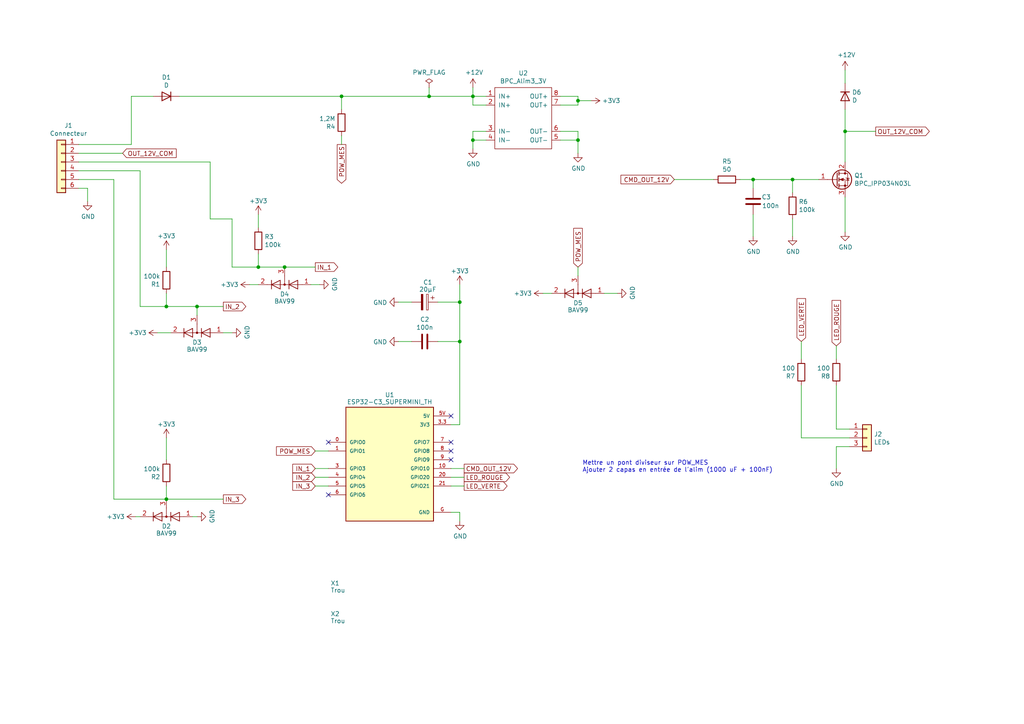
<source format=kicad_sch>
(kicad_sch (version 20230121) (generator eeschema)
  (paper "A4")
  (title_block (title "Carte Wifi I/O") (date "2025-04-16") (rev "Rev D0") (company "BPC") (comment 1 "ESP32 C3 Super mini") (comment 2 "(Alim interne arduino en 3.3V)") (comment 3 "Alim 12V (mesurée) - 2 LEDs") (comment 4 "1 sortie 12V collecteur ouvert - 3 entrées TOR"))
  (lib_symbols
    (symbol "Connector_Generic:Conn_01x03" (pin_names (offset 1.016) hide)
      (property "Reference" "J" (at 0 5.08 0))
      (property "Value" "Conn_01x03" (at 0 -5.08 0))
      (symbol "Conn_01x03_1_1"
        (rectangle (start -1.27 -2.413) (end 0 -2.667) (stroke (width 0.1524)))
        (rectangle (start -1.27 0.127) (end 0 -0.127) (stroke (width 0.1524)))
        (rectangle (start -1.27 2.667) (end 0 2.413) (stroke (width 0.1524)))
        (rectangle (start -1.27 3.81) (end 1.27 -3.81) (stroke (width 0.254)) (fill (type background)))
        (pin passive line (at -5.08 2.54 0) (length 3.81) (name "Pin_1") (number "1"))
        (pin passive line (at -5.08 0 0) (length 3.81) (name "Pin_2") (number "2"))
        (pin passive line (at -5.08 -2.54 0) (length 3.81) (name "Pin_3") (number "3"))
      )
    )
    (symbol "Connector_Generic:Conn_01x06" (pin_names (offset 1.016) hide)
      (property "Reference" "J" (at 0 7.62 0))
      (property "Value" "Conn_01x06" (at 0 -10.16 0))
      (symbol "Conn_01x06_1_1"
        (rectangle (start -1.27 -7.493) (end 0 -7.747) (stroke (width 0.1524)))
        (rectangle (start -1.27 -4.953) (end 0 -5.207) (stroke (width 0.1524)))
        (rectangle (start -1.27 -2.413) (end 0 -2.667) (stroke (width 0.1524)))
        (rectangle (start -1.27 0.127) (end 0 -0.127) (stroke (width 0.1524)))
        (rectangle (start -1.27 2.667) (end 0 2.413) (stroke (width 0.1524)))
        (rectangle (start -1.27 5.207) (end 0 4.953) (stroke (width 0.1524)))
        (rectangle (start -1.27 6.35) (end 1.27 -8.89) (stroke (width 0.254)) (fill (type background)))
        (pin passive line (at -5.08 5.08 0) (length 3.81) (name "Pin_1") (number "1"))
        (pin passive line (at -5.08 2.54 0) (length 3.81) (name "Pin_2") (number "2"))
        (pin passive line (at -5.08 0 0) (length 3.81) (name "Pin_3") (number "3"))
        (pin passive line (at -5.08 -2.54 0) (length 3.81) (name "Pin_4") (number "4"))
        (pin passive line (at -5.08 -5.08 0) (length 3.81) (name "Pin_5") (number "5"))
        (pin passive line (at -5.08 -7.62 0) (length 3.81) (name "Pin_6") (number "6"))
      )
    )
    (symbol "Device:C" (pin_numbers hide) (pin_names (offset 0.254))
      (property "Reference" "C" (at 0.635 2.54 0))
      (property "Value" "C" (at 0.635 -2.54 0))
      (symbol "C_0_1"
        (polyline (pts (xy -2.032 -0.762) (xy 2.032 -0.762)) (stroke (width 0.508)))
        (polyline (pts (xy -2.032 0.762) (xy 2.032 0.762)) (stroke (width 0.508)))
      )
      (symbol "C_1_1"
        (pin passive line (at 0 3.81 270) (length 2.794) (name "~") (number "1"))
        (pin passive line (at 0 -3.81 90) (length 2.794) (name "~") (number "2"))
      )
    )
    (symbol "Device:C_Polarized" (pin_numbers hide) (pin_names (offset 0.254))
      (property "Reference" "C" (at 0.635 2.54 0))
      (property "Value" "C_Polarized" (at 0.635 -2.54 0))
      (symbol "C_Polarized_0_1"
        (rectangle (start -2.286 0.508) (end 2.286 1.016))
        (polyline (pts (xy -1.778 2.286) (xy -0.762 2.286)))
        (polyline (pts (xy -1.27 2.794) (xy -1.27 1.778)))
        (rectangle (start 2.286 -0.508) (end -2.286 -1.016) (fill (type outline)))
      )
      (symbol "C_Polarized_1_1"
        (pin passive line (at 0 3.81 270) (length 2.794) (name "~") (number "1"))
        (pin passive line (at 0 -3.81 90) (length 2.794) (name "~") (number "2"))
      )
    )
    (symbol "Device:D" (pin_numbers hide) (pin_names (offset 1.016) hide)
      (property "Reference" "D" (at 0 2.54 0))
      (property "Value" "D" (at 0 -2.54 0))
      (symbol "D_0_1"
        (polyline (pts (xy -1.27 1.27) (xy -1.27 -1.27)) (stroke (width 0.254)))
        (polyline (pts (xy 1.27 0) (xy -1.27 0)))
        (polyline (pts (xy 1.27 1.27) (xy 1.27 -1.27) (xy -1.27 0) (xy 1.27 1.27)) (stroke (width 0.254)))
      )
      (symbol "D_1_1"
        (pin passive line (at -3.81 0 0) (length 2.54) (name "K") (number "1"))
        (pin passive line (at 3.81 0 180) (length 2.54) (name "A") (number "2"))
      )
    )
    (symbol "Device:R" (pin_numbers hide) (pin_names (offset 0))
      (property "Reference" "R" (at 2.032 0 90))
      (property "Value" "R" (at 0 0 90))
      (symbol "R_0_1"
        (rectangle (start -1.016 -2.54) (end 1.016 2.54) (stroke (width 0.254)))
      )
      (symbol "R_1_1"
        (pin passive line (at 0 3.81 270) (length 1.27) (name "~") (number "1"))
        (pin passive line (at 0 -3.81 90) (length 1.27) (name "~") (number "2"))
      )
    )
    (symbol "Diode:BAV99" (pin_names hide)
      (property "Reference" "D" (at 0 5.08 0))
      (property "Value" "BAV99" (at 0 2.54 0))
      (symbol "BAV99_0_1"
        (polyline (pts (xy -5.08 0) (xy 5.08 0)))
      )
      (symbol "BAV99_1_1"
        (polyline (pts (xy 0 0) (xy 0 -2.54)))
        (polyline (pts (xy -1.27 -1.27) (xy -1.27 1.27) (xy -1.27 1.27)) (stroke (width 0.2032)))
        (polyline (pts (xy 3.81 1.27) (xy 3.81 -1.27) (xy 3.81 -1.27)) (stroke (width 0.2032)))
        (polyline (pts (xy -3.81 1.27) (xy -1.27 0) (xy -3.81 -1.27) (xy -3.81 1.27) (xy -3.81 1.27) (xy -3.81 1.27)) (stroke (width 0.2032)))
        (polyline (pts (xy 1.27 1.27) (xy 3.81 0) (xy 1.27 -1.27) (xy 1.27 1.27) (xy 1.27 1.27) (xy 1.27 1.27)) (stroke (width 0.2032)))
        (circle (center 0 0) (radius 0.254) (fill (type outline)))
        (pin passive line (at -7.62 0 0) (length 2.54) (name "K") (number "1"))
        (pin passive line (at 7.62 0 180) (length 2.54) (name "A") (number "2"))
        (pin passive line (at 0 -5.08 90) (length 2.54) (name "K") (number "3"))
      )
    )
    (symbol "bpc:BPC_Alim3_3V" (pin_names (offset 1.016))
      (property "Reference" "U" (at 6.35 6.35 0))
      (property "Value" "BPC_Alim3_3V" (at 11.43 3.81 0))
      (symbol "BPC_Alim3_3V_0_1"
        (rectangle (start 0 2.54) (end 16.51 -15.24))
      )
      (symbol "BPC_Alim3_3V_1_1"
        (pin power_in line (at -2.54 0 0) (length 2.54) (name "IN+") (number "1"))
        (pin power_in line (at -2.54 -2.54 0) (length 2.54) (name "IN+") (number "2"))
        (pin power_in line (at -2.54 -10.16 0) (length 2.54) (name "IN-") (number "3"))
        (pin power_in line (at -2.54 -12.7 0) (length 2.54) (name "IN-") (number "4"))
        (pin power_out line (at 19.05 -12.7 180) (length 2.54) (name "OUT-") (number "5"))
        (pin passive line (at 19.05 -10.16 180) (length 2.54) (name "OUT-") (number "6"))
        (pin passive line (at 19.05 -2.54 180) (length 2.54) (name "OUT+") (number "7"))
        (pin power_out line (at 19.05 0 180) (length 2.54) (name "OUT+") (number "8"))
      )
    )
    (symbol "bpc:BPC_ESP32-C3_SUPERMINI_TH" (pin_names (offset 1.016))
      (property "Reference" "U" (at -12.7 16.002 0))
      (property "Value" "ESP32-C3_SUPERMINI_TH" (at -12.7 -20.32 0))
      (symbol "BPC_ESP32-C3_SUPERMINI_TH_0_0"
        (rectangle (start -12.7 15.24) (end 12.7 -17.78) (stroke (width 0.254)) (fill (type background)))
        (pin bidirectional line (at -17.78 5.08 0) (length 5.08) (name "GPIO0") (number "0"))
        (pin bidirectional line (at -17.78 2.54 0) (length 5.08) (name "GPIO1") (number "1"))
        (pin bidirectional line (at 17.78 -2.54 180) (length 5.08) (name "GPIO10") (number "10"))
        (pin bidirectional line (at 17.78 -5.08 180) (length 5.08) (name "GPIO20") (number "20"))
        (pin bidirectional line (at 17.78 -7.62 180) (length 5.08) (name "GPIO21") (number "21"))
        (pin bidirectional line (at -17.78 -2.54 0) (length 5.08) (name "GPIO3") (number "3"))
        (pin power_in line (at 17.78 10.16 180) (length 5.08) (name "3V3") (number "3.3"))
        (pin bidirectional line (at -17.78 -5.08 0) (length 5.08) (name "GPIO4") (number "4"))
        (pin bidirectional line (at -17.78 -7.62 0) (length 5.08) (name "GPIO5") (number "5"))
        (pin power_in line (at 17.78 12.7 180) (length 5.08) (name "5V") (number "5V"))
        (pin bidirectional line (at -17.78 -10.16 0) (length 5.08) (name "GPIO6") (number "6"))
        (pin bidirectional line (at 17.78 5.08 180) (length 5.08) (name "GPIO7") (number "7"))
        (pin bidirectional line (at 17.78 2.54 180) (length 5.08) (name "GPIO8") (number "8"))
        (pin bidirectional line (at 17.78 0 180) (length 5.08) (name "GPIO9") (number "9"))
        (pin power_in line (at 17.78 -15.24 180) (length 5.08) (name "GND") (number "G"))
      )
    )
    (symbol "bpc:BPC_IPP034N03L" (pin_names (offset 0) hide)
      (property "Reference" "Q" (at 5.08 1.27 0))
      (property "Value" "BPC_IPP034N03L" (at 5.08 -1.27 0))
      (symbol "BPC_IPP034N03L_0_1"
        (polyline (pts (xy 0.254 0) (xy -2.54 0)))
        (polyline (pts (xy 0.254 1.905) (xy 0.254 -1.905)) (stroke (width 0.254)))
        (polyline (pts (xy 0.762 -1.27) (xy 0.762 -2.286)) (stroke (width 0.254)))
        (polyline (pts (xy 0.762 0.508) (xy 0.762 -0.508)) (stroke (width 0.254)))
        (polyline (pts (xy 0.762 2.286) (xy 0.762 1.27)) (stroke (width 0.254)))
        (polyline (pts (xy 2.54 2.54) (xy 2.54 1.778)))
        (polyline (pts (xy 2.54 -2.54) (xy 2.54 0) (xy 0.762 0)))
        (polyline (pts (xy 0.762 -1.778) (xy 3.302 -1.778) (xy 3.302 1.778) (xy 0.762 1.778)))
        (polyline (pts (xy 1.016 0) (xy 2.032 0.381) (xy 2.032 -0.381) (xy 1.016 0)) (fill (type outline)))
        (polyline (pts (xy 2.794 0.508) (xy 2.921 0.381) (xy 3.683 0.381) (xy 3.81 0.254)))
        (polyline (pts (xy 3.302 0.381) (xy 2.921 -0.254) (xy 3.683 -0.254) (xy 3.302 0.381)))
        (circle (center 1.651 0) (radius 2.794) (stroke (width 0.254)))
        (circle (center 2.54 -1.778) (radius 0.254) (fill (type outline)))
        (circle (center 2.54 1.778) (radius 0.254) (fill (type outline)))
      )
      (symbol "BPC_IPP034N03L_1_1"
        (pin input line (at -5.08 0 0) (length 2.54) (name "G") (number "1"))
        (pin passive line (at 2.54 5.08 270) (length 2.54) (name "D") (number "2"))
        (pin passive line (at 2.54 -5.08 90) (length 2.54) (name "S") (number "3"))
      )
    )
    (symbol "bpc:BPC_TROU"
      (property "Reference" "X" (at 0 0 0))
      (property "Value" "Trou" (at 0 -1.27 0))
    )
    (symbol "power:+12V" (power) (pin_names (offset 0))
      (property "Value" "+12V" (at 0 3.556 0))
      (symbol "+12V_0_1"
        (polyline (pts (xy -0.762 1.27) (xy 0 2.54)))
        (polyline (pts (xy 0 0) (xy 0 2.54)))
        (polyline (pts (xy 0 2.54) (xy 0.762 1.27)))
      )
      (symbol "+12V_1_1"
        (pin power_in line (at 0 0 90) (length 0) hide (name "+12V") (number "1"))
      )
    )
    (symbol "power:+3V3" (power) (pin_names (offset 0))
      (property "Value" "+3V3" (at 0 3.556 0))
      (symbol "+3V3_0_1"
        (polyline (pts (xy -0.762 1.27) (xy 0 2.54)))
        (polyline (pts (xy 0 0) (xy 0 2.54)))
        (polyline (pts (xy 0 2.54) (xy 0.762 1.27)))
      )
      (symbol "+3V3_1_1"
        (pin power_in line (at 0 0 90) (length 0) hide (name "+3V3") (number "1"))
      )
    )
    (symbol "power:GND" (power) (pin_names (offset 0))
      (property "Value" "GND" (at 0 -3.81 0))
      (symbol "GND_0_1"
        (polyline (pts (xy 0 0) (xy 0 -1.27) (xy 1.27 -1.27) (xy 0 -2.54) (xy -1.27 -1.27) (xy 0 -1.27)))
      )
      (symbol "GND_1_1"
        (pin power_in line (at 0 0 270) (length 0) hide (name "GND") (number "1"))
      )
    )
    (symbol "power:PWR_FLAG" (power) (pin_numbers hide) (pin_names (offset 0) hide)
      (property "Value" "PWR_FLAG" (at 0 3.81 0))
      (symbol "PWR_FLAG_0_0"
        (pin power_out line (at 0 0 90) (length 0) (name "pwr") (number "1"))
      )
      (symbol "PWR_FLAG_0_1"
        (polyline (pts (xy 0 0) (xy 0 1.27) (xy -1.016 1.905) (xy 0 2.54) (xy 1.016 1.905) (xy 0 1.27)))
      )
    )
  )
  (junction (at 167.64 29.21))
  (junction (at 48.26 144.78))
  (junction (at 48.26 88.9))
  (junction (at 57.15 88.9))
  (junction (at 167.64 40.64))
  (junction (at 229.87 52.07))
  (junction (at 99.06 27.94))
  (junction (at 218.44 52.07))
  (junction (at 124.46 27.94))
  (junction (at 133.35 87.63))
  (junction (at 245.11 38.1))
  (junction (at 137.16 40.64))
  (junction (at 133.35 99.06))
  (junction (at 82.55 77.47))
  (junction (at 74.93 77.47))
  (junction (at 137.16 27.94))
  (no_connect (at 130.81 120.65))
  (no_connect (at 95.25 128.27))
  (no_connect (at 130.81 128.27))
  (no_connect (at 130.81 133.35))
  (no_connect (at 95.25 143.51))
  (no_connect (at 130.81 130.81))
  (wire (pts (xy 119.38 87.63) (xy 115.57 87.63)))
  (wire (pts (xy 130.81 123.19) (xy 133.35 123.19)))
  (wire (pts (xy 167.64 38.1) (xy 167.64 40.64)))
  (wire (pts (xy 55.88 149.86) (xy 57.15 149.86)))
  (wire (pts (xy 48.26 72.39) (xy 48.26 77.47)))
  (wire (pts (xy 137.16 30.48) (xy 137.16 27.94)))
  (wire (pts (xy 99.06 41.91) (xy 99.06 39.37)))
  (wire (pts (xy 137.16 38.1) (xy 137.16 40.64)))
  (wire (pts (xy 22.86 41.91) (xy 38.1 41.91)))
  (wire (pts (xy 232.41 99.06) (xy 232.41 104.14)))
  (wire (pts (xy 99.06 27.94) (xy 124.46 27.94)))
  (wire (pts (xy 140.97 38.1) (xy 137.16 38.1)))
  (wire (pts (xy 175.26 85.09) (xy 179.07 85.09)))
  (wire (pts (xy 48.26 133.35) (xy 48.26 127)))
  (wire (pts (xy 171.45 29.21) (xy 167.64 29.21)))
  (wire (pts (xy 67.31 63.5) (xy 67.31 77.47)))
  (wire (pts (xy 246.38 127) (xy 232.41 127)))
  (wire (pts (xy 60.96 46.99) (xy 60.96 63.5)))
  (wire (pts (xy 91.44 130.81) (xy 95.25 130.81)))
  (wire (pts (xy 214.63 52.07) (xy 218.44 52.07)))
  (wire (pts (xy 242.57 129.54) (xy 246.38 129.54)))
  (wire (pts (xy 218.44 54.61) (xy 218.44 52.07)))
  (wire (pts (xy 91.44 138.43) (xy 95.25 138.43)))
  (wire (pts (xy 48.26 140.97) (xy 48.26 144.78)))
  (wire (pts (xy 48.26 88.9) (xy 57.15 88.9)))
  (wire (pts (xy 25.4 54.61) (xy 25.4 58.42)))
  (wire (pts (xy 162.56 38.1) (xy 167.64 38.1)))
  (wire (pts (xy 137.16 27.94) (xy 140.97 27.94)))
  (wire (pts (xy 245.11 31.75) (xy 245.11 38.1)))
  (wire (pts (xy 57.15 88.9) (xy 64.77 88.9)))
  (wire (pts (xy 91.44 140.97) (xy 95.25 140.97)))
  (wire (pts (xy 137.16 27.94) (xy 137.16 25.4)))
  (wire (pts (xy 90.17 82.55) (xy 92.71 82.55)))
  (wire (pts (xy 74.93 77.47) (xy 82.55 77.47)))
  (wire (pts (xy 167.64 27.94) (xy 167.64 29.21)))
  (wire (pts (xy 245.11 20.32) (xy 245.11 24.13)))
  (wire (pts (xy 140.97 30.48) (xy 137.16 30.48)))
  (wire (pts (xy 22.86 49.53) (xy 40.64 49.53)))
  (wire (pts (xy 45.72 96.52) (xy 49.53 96.52)))
  (wire (pts (xy 232.41 111.76) (xy 232.41 127)))
  (wire (pts (xy 40.64 88.9) (xy 48.26 88.9)))
  (wire (pts (xy 67.31 77.47) (xy 74.93 77.47)))
  (wire (pts (xy 133.35 99.06) (xy 133.35 123.19)))
  (wire (pts (xy 74.93 66.04) (xy 74.93 62.23)))
  (wire (pts (xy 162.56 30.48) (xy 167.64 30.48)))
  (wire (pts (xy 60.96 63.5) (xy 67.31 63.5)))
  (wire (pts (xy 48.26 144.78) (xy 64.77 144.78)))
  (wire (pts (xy 167.64 29.21) (xy 167.64 30.48)))
  (wire (pts (xy 40.64 49.53) (xy 40.64 88.9)))
  (wire (pts (xy 242.57 100.33) (xy 242.57 104.14)))
  (wire (pts (xy 245.11 67.31) (xy 245.11 57.15)))
  (wire (pts (xy 133.35 82.55) (xy 133.35 87.63)))
  (wire (pts (xy 99.06 31.75) (xy 99.06 27.94)))
  (wire (pts (xy 52.07 27.94) (xy 99.06 27.94)))
  (wire (pts (xy 115.57 99.06) (xy 119.38 99.06)))
  (wire (pts (xy 48.26 85.09) (xy 48.26 88.9)))
  (wire (pts (xy 254 38.1) (xy 245.11 38.1)))
  (wire (pts (xy 246.38 124.46) (xy 242.57 124.46)))
  (wire (pts (xy 82.55 77.47) (xy 91.44 77.47)))
  (wire (pts (xy 39.37 149.86) (xy 40.64 149.86)))
  (wire (pts (xy 229.87 63.5) (xy 229.87 68.58)))
  (wire (pts (xy 130.81 148.59) (xy 133.35 148.59)))
  (wire (pts (xy 74.93 73.66) (xy 74.93 77.47)))
  (wire (pts (xy 162.56 27.94) (xy 167.64 27.94)))
  (wire (pts (xy 242.57 111.76) (xy 242.57 124.46)))
  (wire (pts (xy 137.16 40.64) (xy 137.16 43.18)))
  (wire (pts (xy 124.46 25.4) (xy 124.46 27.94)))
  (wire (pts (xy 133.35 148.59) (xy 133.35 151.13)))
  (wire (pts (xy 25.4 54.61) (xy 22.86 54.61)))
  (wire (pts (xy 229.87 52.07) (xy 218.44 52.07)))
  (wire (pts (xy 57.15 88.9) (xy 57.15 91.44)))
  (wire (pts (xy 157.48 85.09) (xy 160.02 85.09)))
  (wire (pts (xy 130.81 138.43) (xy 134.62 138.43)))
  (wire (pts (xy 124.46 27.94) (xy 137.16 27.94)))
  (wire (pts (xy 162.56 40.64) (xy 167.64 40.64)))
  (wire (pts (xy 22.86 46.99) (xy 60.96 46.99)))
  (wire (pts (xy 22.86 44.45) (xy 35.56 44.45)))
  (wire (pts (xy 38.1 27.94) (xy 38.1 41.91)))
  (wire (pts (xy 133.35 87.63) (xy 133.35 99.06)))
  (wire (pts (xy 167.64 77.47) (xy 167.64 80.01)))
  (wire (pts (xy 33.02 144.78) (xy 48.26 144.78)))
  (wire (pts (xy 242.57 135.89) (xy 242.57 129.54)))
  (wire (pts (xy 127 99.06) (xy 133.35 99.06)))
  (wire (pts (xy 167.64 40.64) (xy 167.64 44.45)))
  (wire (pts (xy 229.87 52.07) (xy 229.87 55.88)))
  (wire (pts (xy 91.44 135.89) (xy 95.25 135.89)))
  (wire (pts (xy 64.77 96.52) (xy 67.31 96.52)))
  (wire (pts (xy 38.1 27.94) (xy 44.45 27.94)))
  (wire (pts (xy 140.97 40.64) (xy 137.16 40.64)))
  (wire (pts (xy 130.81 135.89) (xy 134.62 135.89)))
  (wire (pts (xy 22.86 52.07) (xy 33.02 52.07)))
  (wire (pts (xy 245.11 38.1) (xy 245.11 46.99)))
  (wire (pts (xy 218.44 68.58) (xy 218.44 62.23)))
  (wire (pts (xy 229.87 52.07) (xy 237.49 52.07)))
  (wire (pts (xy 127 87.63) (xy 133.35 87.63)))
  (wire (pts (xy 72.39 82.55) (xy 74.93 82.55)))
  (wire (pts (xy 195.58 52.07) (xy 207.01 52.07)))
  (wire (pts (xy 33.02 52.07) (xy 33.02 144.78)))
  (wire (pts (xy 130.81 140.97) (xy 134.62 140.97)))
  (text "Mettre un pont diviseur sur POW_MES\nAjouter 2 capas en entrée de l'alim (1000 uF + 100nF)" (at 168.91 137.16 0) (effects (font (size 1.27 1.27)) (justify left bottom)))
  (global_label "LED_ROUGE" (shape output) (at 134.62 138.43 0) (property "Intersheetrefs" "${INTERSHEET_REFS}" (effects hide)))
  (global_label "CMD_OUT_12V" (shape input) (at 195.58 52.07 180) (property "Intersheetrefs" "${INTERSHEET_REFS}" (effects hide)))
  (global_label "POW_MES" (shape output) (at 99.06 41.91 270) (property "Intersheetrefs" "${INTERSHEET_REFS}" (effects hide)))
  (global_label "IN_3" (shape output) (at 64.77 144.78 0) (property "Intersheetrefs" "${INTERSHEET_REFS}" (effects hide)))
  (global_label "CMD_OUT_12V" (shape output) (at 134.62 135.89 0) (property "Intersheetrefs" "${INTERSHEET_REFS}" (effects hide)))
  (global_label "POW_MES" (shape input) (at 167.64 77.47 90) (property "Intersheetrefs" "${INTERSHEET_REFS}" (effects hide)))
  (global_label "IN_2" (shape output) (at 64.77 88.9 0) (property "Intersheetrefs" "${INTERSHEET_REFS}" (effects hide)))
  (global_label "OUT_12V_COM" (shape output) (at 254 38.1 0) (property "Intersheetrefs" "${INTERSHEET_REFS}" (effects hide)))
  (global_label "LED_ROUGE" (shape input) (at 242.57 100.33 90) (property "Intersheetrefs" "${INTERSHEET_REFS}" (effects hide)))
  (global_label "LED_VERTE" (shape output) (at 134.62 140.97 0) (property "Intersheetrefs" "${INTERSHEET_REFS}" (effects hide)))
  (global_label "POW_MES" (shape input) (at 91.44 130.81 180) (property "Intersheetrefs" "${INTERSHEET_REFS}" (effects hide)))
  (global_label "IN_2" (shape input) (at 91.44 138.43 180) (property "Intersheetrefs" "${INTERSHEET_REFS}" (effects hide)))
  (global_label "IN_1" (shape input) (at 91.44 135.89 180) (property "Intersheetrefs" "${INTERSHEET_REFS}" (effects hide)))
  (global_label "LED_VERTE" (shape input) (at 232.41 99.06 90) (property "Intersheetrefs" "${INTERSHEET_REFS}" (effects hide)))
  (global_label "IN_3" (shape input) (at 91.44 140.97 180) (property "Intersheetrefs" "${INTERSHEET_REFS}" (effects hide)))
  (global_label "IN_1" (shape output) (at 91.44 77.47 0) (property "Intersheetrefs" "${INTERSHEET_REFS}" (effects hide)))
  (global_label "OUT_12V_COM" (shape input) (at 35.56 44.45 0) (property "Intersheetrefs" "${INTERSHEET_REFS}" (effects hide)))
  (symbol (lib_id "power:GND") (at 137.16 43.18 0) (unit 1)
    (property "Reference" "#PWR016" (effects hide))
    (property "Value" "GND" (at 137.287 47.5742 0))
  )
  (symbol (lib_id "power:+12V") (at 137.16 25.4 0) (unit 1)
    (property "Reference" "#PWR015" (effects hide))
    (property "Value" "+12V" (at 137.541 21.0058 0))
  )
  (symbol (lib_id "Device:R") (at 229.87 59.69 0) (unit 1)
    (property "Reference" "R6" (at 231.648 58.5216 0) (effects (justify left)))
    (property "Value" "100k" (at 231.648 60.833 0) (effects (justify left)))
    (property "Footprint" "Resistor_SMD:R_0805_2012Metric_Pad1.20x1.40mm_HandSolder" (effects hide))
  )
  (symbol (lib_id "Device:R") (at 210.82 52.07 270) (unit 1)
    (property "Reference" "R5" (at 210.82 46.8122 90))
    (property "Value" "50" (at 210.82 49.1236 90))
    (property "Footprint" "Resistor_SMD:R_0805_2012Metric_Pad1.20x1.40mm_HandSolder" (effects hide))
  )
  (symbol (lib_id "power:GND") (at 245.11 67.31 0) (unit 1)
    (property "Reference" "#PWR025" (effects hide))
    (property "Value" "GND" (at 245.237 71.7042 0))
  )
  (symbol (lib_id "power:GND") (at 133.35 151.13 0) (unit 1)
    (property "Reference" "#PWR014" (effects hide))
    (property "Value" "GND" (at 133.477 155.5242 0))
  )
  (symbol (lib_id "Connector_Generic:Conn_01x06") (at 17.78 46.99 0) (mirror y) (unit 1)
    (property "Reference" "J1" (at 19.8628 36.3982 0))
    (property "Value" "Connecteur" (at 19.8628 38.7096 0))
    (property "Footprint" "TerminalBlock_Phoenix:TerminalBlock_Phoenix_MPT-0,5-6-2.54_1x06_P2.54mm_Horizontal" (effects hide))
  )
  (symbol (lib_id "power:GND") (at 25.4 58.42 0) (unit 1)
    (property "Reference" "#PWR01" (effects hide))
    (property "Value" "GND" (at 25.527 62.8142 0))
  )
  (symbol (lib_id "Device:R") (at 48.26 81.28 180) (unit 1)
    (property "Reference" "R1" (at 46.482 82.4484 0) (effects (justify left)))
    (property "Value" "100k" (at 46.482 80.137 0) (effects (justify left)))
    (property "Footprint" "Resistor_SMD:R_0805_2012Metric_Pad1.20x1.40mm_HandSolder" (effects hide))
  )
  (symbol (lib_id "Device:D") (at 48.26 27.94 180) (unit 1)
    (property "Reference" "D1" (at 48.26 22.4282 0))
    (property "Value" "D" (at 48.26 24.7396 0))
    (property "Footprint" "Diode_THT:D_A-405_P2.54mm_Vertical_KathodeUp" (effects hide))
  )
  (symbol (lib_id "power:GND") (at 167.64 44.45 0) (unit 1)
    (property "Reference" "#PWR018" (effects hide))
    (property "Value" "GND" (at 167.767 48.8442 0))
  )
  (symbol (lib_id "power:GND") (at 67.31 96.52 90) (unit 1)
    (property "Reference" "#PWR07" (effects hide))
    (property "Value" "GND" (at 71.7042 96.393 0))
  )
  (symbol (lib_id "Device:C") (at 218.44 58.42 0) (unit 1)
    (property "Reference" "C3" (at 222.25 57.15 0))
    (property "Value" "100n" (at 223.52 59.69 0))
    (property "Footprint" "Capacitor_SMD:C_0805_2012Metric_Pad1.18x1.45mm_HandSolder" (effects hide))
  )
  (symbol (lib_id "power:GND") (at 218.44 68.58 0) (unit 1)
    (property "Reference" "#PWR021" (effects hide))
    (property "Value" "GND" (at 218.567 72.9742 0))
  )
  (symbol (lib_id "Device:R") (at 232.41 107.95 180) (unit 1)
    (property "Reference" "R7" (at 230.632 109.1184 0) (effects (justify left)))
    (property "Value" "100" (at 230.632 106.807 0) (effects (justify left)))
    (property "Footprint" "Resistor_SMD:R_0805_2012Metric_Pad1.20x1.40mm_HandSolder" (effects hide))
  )
  (symbol (lib_id "power:GND") (at 242.57 135.89 0) (unit 1)
    (property "Reference" "#PWR023" (effects hide))
    (property "Value" "GND" (at 242.697 140.2842 0))
  )
  (symbol (lib_id "Device:R") (at 74.93 69.85 0) (unit 1)
    (property "Reference" "R3" (at 76.708 68.6816 0) (effects (justify left)))
    (property "Value" "100k" (at 76.708 70.993 0) (effects (justify left)))
    (property "Footprint" "Resistor_SMD:R_0805_2012Metric_Pad1.20x1.40mm_HandSolder" (effects hide))
  )
  (symbol (lib_id "power:GND") (at 92.71 82.55 90) (unit 1)
    (property "Reference" "#PWR010" (effects hide))
    (property "Value" "GND" (at 97.1042 82.423 0))
  )
  (symbol (lib_id "Device:R") (at 48.26 137.16 180) (unit 1)
    (property "Reference" "R2" (at 46.482 138.3284 0) (effects (justify left)))
    (property "Value" "100k" (at 46.482 136.017 0) (effects (justify left)))
    (property "Footprint" "Resistor_SMD:R_0805_2012Metric_Pad1.20x1.40mm_HandSolder" (effects hide))
  )
  (symbol (lib_id "power:GND") (at 57.15 149.86 90) (unit 1)
    (property "Reference" "#PWR06" (effects hide))
    (property "Value" "GND" (at 61.5442 149.733 0))
  )
  (symbol (lib_id "Device:C") (at 123.19 99.06 270) (unit 1)
    (property "Reference" "C2" (at 123.19 92.6592 90))
    (property "Value" "100n" (at 123.19 94.9706 90))
    (property "Footprint" "Capacitor_SMD:C_0805_2012Metric_Pad1.18x1.45mm_HandSolder" (effects hide))
  )
  (symbol (lib_id "Device:R") (at 99.06 35.56 180) (unit 1)
    (property "Reference" "R4" (at 97.282 36.7284 0) (effects (justify left)))
    (property "Value" "1,2M" (at 97.282 34.417 0) (effects (justify left)))
    (property "Footprint" "Resistor_SMD:R_0805_2012Metric_Pad1.20x1.40mm_HandSolder" (effects hide))
  )
  (symbol (lib_id "power:GND") (at 115.57 99.06 270) (unit 1)
    (property "Reference" "#PWR012" (effects hide))
    (property "Value" "GND" (at 112.3188 99.187 90) (effects (justify right)))
  )
  (symbol (lib_id "power:GND") (at 115.57 87.63 270) (unit 1)
    (property "Reference" "#PWR011" (effects hide))
    (property "Value" "GND" (at 112.3188 87.757 90) (effects (justify right)))
  )
  (symbol (lib_id "Device:D") (at 245.11 27.94 270) (unit 1)
    (property "Reference" "D6" (at 247.142 26.7716 90) (effects (justify left)))
    (property "Value" "D" (at 247.142 29.083 90) (effects (justify left)))
    (property "Footprint" "Diode_THT:D_A-405_P2.54mm_Vertical_KathodeUp" (effects hide))
  )
  (symbol (lib_id "power:PWR_FLAG") (at 124.46 25.4 0) (unit 1)
    (property "Reference" "#FLG01" (effects hide))
    (property "Value" "PWR_FLAG" (at 124.46 21.0058 0))
  )
  (symbol (lib_id "bpc:BPC_IPP034N03L") (at 242.57 52.07 0) (unit 1)
    (property "Reference" "Q1" (at 247.777 50.9016 0) (effects (justify left)))
    (property "Value" "BPC_IPP034N03L" (at 247.777 53.213 0) (effects (justify left)))
    (property "Footprint" "Package_TO_SOT_THT:TO-220-3_Vertical" (effects hide))
  )
  (symbol (lib_id "power:GND") (at 229.87 68.58 0) (unit 1)
    (property "Reference" "#PWR022" (effects hide))
    (property "Value" "GND" (at 229.997 72.9742 0))
  )
  (symbol (lib_id "power:+12V") (at 245.11 20.32 0) (unit 1)
    (property "Reference" "#PWR024" (effects hide))
    (property "Value" "+12V" (at 245.491 15.9258 0))
  )
  (symbol (lib_id "Device:R") (at 242.57 107.95 180) (unit 1)
    (property "Reference" "R8" (at 240.792 109.1184 0) (effects (justify left)))
    (property "Value" "100" (at 240.792 106.807 0) (effects (justify left)))
    (property "Footprint" "Resistor_SMD:R_0805_2012Metric_Pad1.20x1.40mm_HandSolder" (effects hide))
  )
  (symbol (lib_id "Connector_Generic:Conn_01x03") (at 251.46 127 0) (unit 1)
    (property "Reference" "J2" (at 253.492 125.9332 0) (effects (justify left)))
    (property "Value" "LEDs" (at 253.492 128.2446 0) (effects (justify left)))
    (property "Footprint" "Connector_PinHeader_2.54mm:PinHeader_1x03_P2.54mm_Vertical" (effects hide))
  )
  (symbol (lib_id "bpc:BPC_Alim3_3V") (at 143.51 27.94 0) (unit 1)
    (property "Reference" "U2" (at 151.765 21.209 0))
    (property "Value" "BPC_Alim3_3V" (at 151.765 23.5204 0))
    (property "Footprint" "bpc:BPC_Alim3_3V" (effects hide))
  )
  (symbol (lib_id "power:GND") (at 179.07 85.09 90) (unit 1)
    (property "Reference" "#PWR020" (effects hide))
    (property "Value" "GND" (at 183.4642 84.963 0))
  )
  (symbol (lib_id "power:+3V3") (at 72.39 82.55 90) (unit 1)
    (property "Reference" "#PWR08" (effects hide))
    (property "Value" "+3V3" (at 69.215 82.55 90) (effects (justify left)))
  )
  (symbol (lib_id "Device:C_Polarized") (at 123.19 87.63 270) (unit 1)
    (property "Reference" "C1" (at 124.079 81.891 90))
    (property "Value" "20µF" (at 124.079 83.939 90))
    (property "Footprint" "Capacitor_THT:C_Radial_D6.3mm_H7.0mm_P2.50mm" (effects hide))
  )
  (symbol (lib_id "bpc:BPC_ESP32-C3_SUPERMINI_TH") (at 113.03 133.35 0) (unit 1)
    (property "Reference" "U1" (at 113.03 114.53 0))
    (property "Value" "ESP32-C3_SUPERMINI_TH" (at 113.03 116.578 0))
    (property "Footprint" "bpc:BPC_ESP32-C3_SUPERMINI" (effects hide))
    (property "MF" "Espressif Systems" (effects hide))
    (property "MAXIMUM_PACKAGE_HEIGHT" "4.2mm" (effects hide))
    (property "Description" "\n                        \n                            Super tiny ESP32-C3 board\n                        \n" (effects hide))
    (property "MANUFACTURER" "Espressif" (effects hide))
  )
  (symbol (lib_id "Diode:BAV99") (at 167.64 85.09 180) (unit 1)
    (property "Reference" "D5" (at 167.64 87.8666 0))
    (property "Value" "BAV99" (at 167.64 89.9146 0))
    (property "Footprint" "Package_TO_SOT_SMD:SOT-23" (effects hide))
    (property "Datasheet" "https://assets.nexperia.com/documents/data-sheet/BAV99_SER.pdf" (effects hide))
  )
  (symbol (lib_id "power:+3V3") (at 133.35 82.55 0) (unit 1)
    (property "Reference" "#PWR013" (effects hide))
    (property "Value" "+3V3" (at 133.35 78.605 0))
  )
  (symbol (lib_id "bpc:BPC_TROU") (at 95.25 170.18 0) (unit 1)
    (property "Reference" "X1" (at 95.885 169.156 0) (effects (justify left)))
    (property "Value" "Trou" (at 95.885 171.204 0) (effects (justify left)))
    (property "Footprint" "bpc:BPC_Trou4mm_Fixation" (effects hide))
  )
  (symbol (lib_id "Diode:BAV99") (at 82.55 82.55 180) (unit 1)
    (property "Reference" "D4" (at 82.55 85.3266 0))
    (property "Value" "BAV99" (at 82.55 87.3746 0))
    (property "Footprint" "Package_TO_SOT_SMD:SOT-23" (effects hide))
    (property "Datasheet" "https://assets.nexperia.com/documents/data-sheet/BAV99_SER.pdf" (effects hide))
  )
  (symbol (lib_id "power:+3V3") (at 48.26 72.39 0) (unit 1)
    (property "Reference" "#PWR04" (effects hide))
    (property "Value" "+3V3" (at 48.26 68.445 0))
  )
  (symbol (lib_id "Diode:BAV99") (at 48.26 149.86 180) (unit 1)
    (property "Reference" "D2" (at 48.26 152.6366 0))
    (property "Value" "BAV99" (at 48.26 154.6846 0))
    (property "Footprint" "Package_TO_SOT_SMD:SOT-23" (effects hide))
    (property "Datasheet" "https://assets.nexperia.com/documents/data-sheet/BAV99_SER.pdf" (effects hide))
  )
  (symbol (lib_id "power:+3V3") (at 171.45 29.21 270) (unit 1)
    (property "Reference" "#PWR019" (effects hide))
    (property "Value" "+3V3" (at 174.625 29.21 90) (effects (justify left)))
  )
  (symbol (lib_id "power:+3V3") (at 45.72 96.52 90) (unit 1)
    (property "Reference" "#PWR03" (effects hide))
    (property "Value" "+3V3" (at 42.545 96.52 90) (effects (justify left)))
  )
  (symbol (lib_id "power:+3V3") (at 48.26 127 0) (unit 1)
    (property "Reference" "#PWR05" (effects hide))
    (property "Value" "+3V3" (at 48.26 123.055 0))
  )
  (symbol (lib_id "bpc:BPC_TROU") (at 95.25 179.07 0) (unit 1)
    (property "Reference" "X2" (at 95.885 178.046 0) (effects (justify left)))
    (property "Value" "Trou" (at 95.885 180.094 0) (effects (justify left)))
    (property "Footprint" "bpc:BPC_Trou4mm_Fixation" (effects hide))
  )
  (symbol (lib_id "power:+3V3") (at 39.37 149.86 90) (unit 1)
    (property "Reference" "#PWR02" (effects hide))
    (property "Value" "+3V3" (at 36.195 149.86 90) (effects (justify left)))
  )
  (symbol (lib_id "Diode:BAV99") (at 57.15 96.52 180) (unit 1)
    (property "Reference" "D3" (at 57.15 99.2966 0))
    (property "Value" "BAV99" (at 57.15 101.3446 0))
    (property "Footprint" "Package_TO_SOT_SMD:SOT-23" (effects hide))
    (property "Datasheet" "https://assets.nexperia.com/documents/data-sheet/BAV99_SER.pdf" (effects hide))
  )
  (symbol (lib_id "power:+3V3") (at 74.93 62.23 0) (unit 1)
    (property "Reference" "#PWR09" (effects hide))
    (property "Value" "+3V3" (at 74.93 58.285 0))
  )
  (symbol (lib_id "power:+3V3") (at 157.48 85.09 90) (unit 1)
    (property "Reference" "#PWR017" (effects hide))
    (property "Value" "+3V3" (at 154.305 85.09 90) (effects (justify left)))
  )
)
</source>
